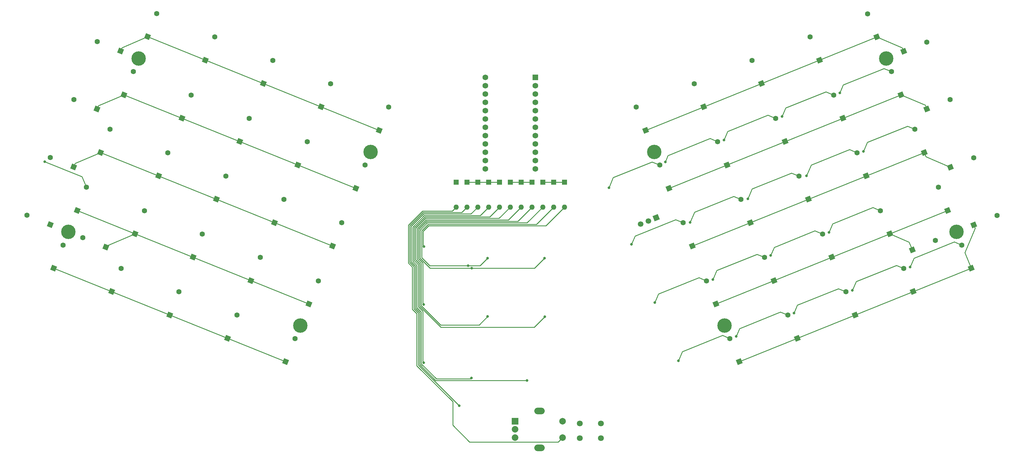
<source format=gtl>
G04 #@! TF.GenerationSoftware,KiCad,Pcbnew,8.0.1*
G04 #@! TF.CreationDate,2024-05-03T20:41:19+02:00*
G04 #@! TF.ProjectId,boomerang,626f6f6d-6572-4616-9e67-2e6b69636164,rev?*
G04 #@! TF.SameCoordinates,Original*
G04 #@! TF.FileFunction,Copper,L1,Top*
G04 #@! TF.FilePolarity,Positive*
%FSLAX46Y46*%
G04 Gerber Fmt 4.6, Leading zero omitted, Abs format (unit mm)*
G04 Created by KiCad (PCBNEW 8.0.1) date 2024-05-03 20:41:19*
%MOMM*%
%LPD*%
G01*
G04 APERTURE LIST*
G04 Aperture macros list*
%AMHorizOval*
0 Thick line with rounded ends*
0 $1 width*
0 $2 $3 position (X,Y) of the first rounded end (center of the circle)*
0 $4 $5 position (X,Y) of the second rounded end (center of the circle)*
0 Add line between two ends*
20,1,$1,$2,$3,$4,$5,0*
0 Add two circle primitives to create the rounded ends*
1,1,$1,$2,$3*
1,1,$1,$4,$5*%
%AMRotRect*
0 Rectangle, with rotation*
0 The origin of the aperture is its center*
0 $1 length*
0 $2 width*
0 $3 Rotation angle, in degrees counterclockwise*
0 Add horizontal line*
21,1,$1,$2,0,0,$3*%
G04 Aperture macros list end*
G04 #@! TA.AperFunction,ComponentPad*
%ADD10RotRect,1.600000X1.600000X68.000000*%
G04 #@! TD*
G04 #@! TA.AperFunction,ComponentPad*
%ADD11HorizOval,1.600000X0.000000X0.000000X0.000000X0.000000X0*%
G04 #@! TD*
G04 #@! TA.AperFunction,ComponentPad*
%ADD12RotRect,1.600000X1.600000X112.000000*%
G04 #@! TD*
G04 #@! TA.AperFunction,ComponentPad*
%ADD13HorizOval,1.600000X0.000000X0.000000X0.000000X0.000000X0*%
G04 #@! TD*
G04 #@! TA.AperFunction,ComponentPad*
%ADD14RotRect,1.700000X1.700000X292.000000*%
G04 #@! TD*
G04 #@! TA.AperFunction,ComponentPad*
%ADD15HorizOval,1.700000X0.000000X0.000000X0.000000X0.000000X0*%
G04 #@! TD*
G04 #@! TA.AperFunction,ComponentPad*
%ADD16R,1.600000X1.600000*%
G04 #@! TD*
G04 #@! TA.AperFunction,ComponentPad*
%ADD17O,1.600000X1.600000*%
G04 #@! TD*
G04 #@! TA.AperFunction,ComponentPad*
%ADD18RotRect,1.600000X1.600000X22.000000*%
G04 #@! TD*
G04 #@! TA.AperFunction,ComponentPad*
%ADD19HorizOval,1.600000X0.000000X0.000000X0.000000X0.000000X0*%
G04 #@! TD*
G04 #@! TA.AperFunction,ComponentPad*
%ADD20RotRect,1.600000X1.600000X158.000000*%
G04 #@! TD*
G04 #@! TA.AperFunction,ComponentPad*
%ADD21HorizOval,1.600000X0.000000X0.000000X0.000000X0.000000X0*%
G04 #@! TD*
G04 #@! TA.AperFunction,ComponentPad*
%ADD22C,4.400000*%
G04 #@! TD*
G04 #@! TA.AperFunction,WasherPad*
%ADD23O,3.200000X2.000000*%
G04 #@! TD*
G04 #@! TA.AperFunction,ComponentPad*
%ADD24R,2.000000X2.000000*%
G04 #@! TD*
G04 #@! TA.AperFunction,ComponentPad*
%ADD25C,2.000000*%
G04 #@! TD*
G04 #@! TA.AperFunction,ComponentPad*
%ADD26C,1.800000*%
G04 #@! TD*
G04 #@! TA.AperFunction,ComponentPad*
%ADD27R,1.752600X1.752600*%
G04 #@! TD*
G04 #@! TA.AperFunction,ComponentPad*
%ADD28C,1.752600*%
G04 #@! TD*
G04 #@! TA.AperFunction,ViaPad*
%ADD29C,0.800000*%
G04 #@! TD*
G04 #@! TA.AperFunction,Conductor*
%ADD30C,0.250000*%
G04 #@! TD*
G04 APERTURE END LIST*
D10*
X90716236Y-70674026D03*
D11*
X93570738Y-63608885D03*
D12*
X313023542Y-70744577D03*
D13*
X310169040Y-63679436D03*
D14*
X245755047Y-125948499D03*
D15*
X243400000Y-126900000D03*
X241044953Y-127851500D03*
D12*
X327472682Y-105998919D03*
D13*
X324618180Y-98933778D03*
D12*
X292146977Y-120271430D03*
D13*
X289292475Y-113206289D03*
D16*
X217823451Y-115061431D03*
D17*
X217823451Y-122681431D03*
D12*
X341745193Y-141324624D03*
D13*
X338890691Y-134259483D03*
D10*
X118883209Y-102665021D03*
D11*
X121737711Y-95599880D03*
D12*
X263976258Y-152253152D03*
D13*
X261121756Y-145188011D03*
D10*
X139940149Y-152253966D03*
D11*
X142794651Y-145188825D03*
D10*
X126041941Y-84946539D03*
D11*
X128896443Y-77881398D03*
D10*
X122277295Y-145117710D03*
D11*
X125131797Y-138052569D03*
D10*
X115159769Y-162734204D03*
D11*
X118014271Y-155669063D03*
D12*
X288756636Y-162733391D03*
D13*
X285902134Y-155668250D03*
D12*
X295537319Y-77809470D03*
D13*
X292682817Y-70744329D03*
D18*
X342578911Y-128132145D03*
D19*
X349644052Y-125277643D03*
D10*
X62171214Y-141325438D03*
D11*
X65025716Y-134260297D03*
D12*
X299301962Y-137980641D03*
D13*
X296447460Y-130915500D03*
D20*
X78055062Y-134887292D03*
D21*
X70989921Y-132032790D03*
D12*
X274484124Y-127407686D03*
D13*
X271629622Y-120342545D03*
D22*
X137287761Y-158818856D03*
D10*
X161367646Y-99219050D03*
D11*
X164222148Y-92153909D03*
D12*
X277874466Y-84945726D03*
D13*
X275019964Y-77880585D03*
D10*
X83557502Y-88392511D03*
D11*
X86412004Y-81327370D03*
D16*
X188123458Y-115061431D03*
D17*
X188123458Y-122681431D03*
D18*
X323797412Y-135720364D03*
D19*
X330862553Y-132865862D03*
D20*
X68201550Y-110424343D03*
D21*
X61136409Y-107569841D03*
D12*
X316964815Y-130844386D03*
D13*
X314110313Y-123779245D03*
D18*
X328273097Y-92724013D03*
D19*
X335338238Y-89869511D03*
D22*
X88045117Y-77285275D03*
D10*
X143704793Y-92082794D03*
D11*
X146559295Y-85017653D03*
D10*
X97496919Y-155597949D03*
D11*
X100351421Y-148532808D03*
D22*
X158696526Y-105830299D03*
D16*
X201323454Y-115061431D03*
D17*
X201323454Y-122681431D03*
D12*
X302696050Y-95527952D03*
D13*
X299841548Y-88462811D03*
D20*
X75356536Y-92715131D03*
D21*
X68291395Y-89860629D03*
D16*
X204623453Y-115061431D03*
D17*
X204623453Y-122681431D03*
D20*
X61087598Y-128031991D03*
D21*
X54022457Y-125177489D03*
D12*
X267370345Y-109800464D03*
D13*
X264515843Y-102735323D03*
D12*
X256821273Y-134543942D03*
D13*
X253966771Y-127478801D03*
D10*
X101220357Y-95528767D03*
D11*
X104074859Y-88463626D03*
D23*
X210252205Y-184951431D03*
X210252205Y-196151431D03*
D24*
X202752205Y-188051431D03*
D25*
X202752205Y-193051431D03*
X202752205Y-190551431D03*
X217252205Y-193051431D03*
X217252205Y-188051431D03*
D10*
X147095135Y-134544755D03*
D11*
X149949637Y-127479614D03*
D10*
X76443724Y-105999731D03*
D11*
X79298226Y-98934590D03*
D10*
X79834064Y-148461692D03*
D11*
X82688566Y-141396551D03*
D12*
X285033197Y-102664208D03*
D13*
X282178695Y-95599067D03*
D16*
X211223451Y-115061431D03*
D17*
X211223451Y-122681431D03*
D10*
X132822623Y-169870460D03*
D11*
X135677125Y-162805319D03*
D10*
X108379089Y-77810284D03*
D11*
X111233591Y-70745143D03*
D10*
X69288737Y-123708944D03*
D11*
X72143239Y-116643803D03*
D12*
X260211613Y-92081982D03*
D13*
X257357111Y-85016841D03*
D16*
X184823459Y-115061431D03*
D17*
X184823459Y-122681431D03*
D22*
X245219878Y-105829486D03*
D16*
X194723456Y-115061431D03*
D17*
X194723456Y-122681431D03*
D26*
X228950000Y-188750000D03*
X222450000Y-193250000D03*
X228950000Y-193250000D03*
X222450000Y-188750000D03*
D16*
X207923452Y-115061431D03*
D17*
X207923452Y-122681431D03*
D22*
X315871289Y-77284464D03*
X266628646Y-158818043D03*
D10*
X129432281Y-127408499D03*
D11*
X132286783Y-120343358D03*
D16*
X191423457Y-115061431D03*
D17*
X191423457Y-122681431D03*
D10*
X136546061Y-109801278D03*
D11*
X139400563Y-102736137D03*
D12*
X249707492Y-116936720D03*
D13*
X246852990Y-109871579D03*
D12*
X324082341Y-148460880D03*
D13*
X321227839Y-141395739D03*
D16*
X214523450Y-115061431D03*
D17*
X214523450Y-122681431D03*
D12*
X309809829Y-113135175D03*
D13*
X306955327Y-106070034D03*
D10*
X104614445Y-137981456D03*
D11*
X107468947Y-130916315D03*
D10*
X94106576Y-113135988D03*
D11*
X96961078Y-106070847D03*
D18*
X335442655Y-110469292D03*
D19*
X342507796Y-107614790D03*
D16*
X198023455Y-115061431D03*
D17*
X198023455Y-122681431D03*
D12*
X242548761Y-99218237D03*
D13*
X239694259Y-92153096D03*
D12*
X271093784Y-169869646D03*
D13*
X268239282Y-162804505D03*
D20*
X82496365Y-75043434D03*
D21*
X75431224Y-72188932D03*
D22*
X66636350Y-130273833D03*
D12*
X306419489Y-155597135D03*
D13*
X303564987Y-148531994D03*
D18*
X321170144Y-75143587D03*
D19*
X328235285Y-72289085D03*
D10*
X111769431Y-120272244D03*
D11*
X114623933Y-113207103D03*
D10*
X86951591Y-130845199D03*
D11*
X89806093Y-123780058D03*
D10*
X154208913Y-116937532D03*
D11*
X157063415Y-109872391D03*
D12*
X320358903Y-88391697D03*
D13*
X317504401Y-81326556D03*
D12*
X281639111Y-145116897D03*
D13*
X278784609Y-138051756D03*
D12*
X334627668Y-123708130D03*
D13*
X331773166Y-116642989D03*
D22*
X337280055Y-130273022D03*
D27*
X208943455Y-83071431D03*
D28*
X208943455Y-85611431D03*
X208943455Y-88151431D03*
X208943455Y-90691431D03*
X208943455Y-93231431D03*
X208943455Y-95771431D03*
X208943455Y-98311431D03*
X208943455Y-100851431D03*
X208943455Y-103391431D03*
X208943455Y-105931431D03*
X208943455Y-108471431D03*
X208943455Y-111011431D03*
X193703455Y-111011431D03*
X193703455Y-108471431D03*
X193703455Y-105931431D03*
X193703455Y-103391431D03*
X193703455Y-100851431D03*
X193703455Y-98311431D03*
X193703455Y-95771431D03*
X193703455Y-93231431D03*
X193703455Y-90691431D03*
X193703455Y-88151431D03*
X193703455Y-85611431D03*
X193703455Y-83071431D03*
D29*
X175000000Y-134700000D03*
X231344601Y-116801173D03*
X248531230Y-108886643D03*
X266427745Y-102195249D03*
X284136957Y-95040263D03*
X301715989Y-87830019D03*
X238219566Y-134084253D03*
X256116080Y-127392859D03*
X273695113Y-120182615D03*
X291571964Y-113175605D03*
X308945897Y-105724667D03*
X188423451Y-140571431D03*
X194423451Y-138271431D03*
X59456700Y-108815820D03*
X245374551Y-151793465D03*
X263028505Y-144768658D03*
X280662796Y-137428235D03*
X298409468Y-130365967D03*
X252566998Y-169595395D03*
X270163828Y-162162253D03*
X287780321Y-155044728D03*
X305564454Y-148075179D03*
X323180947Y-140957654D03*
X211723451Y-138271431D03*
X189523451Y-141296431D03*
X174900000Y-152400000D03*
X194423451Y-156071431D03*
X211823451Y-156171431D03*
X174900000Y-170200000D03*
X189489555Y-174865331D03*
X206397055Y-175590331D03*
X185719705Y-183357973D03*
D30*
X188123458Y-115061431D02*
X198023455Y-115061431D01*
X327472682Y-105998919D02*
X256821273Y-134543942D01*
X76443724Y-105999731D02*
X147095135Y-134544755D01*
X68653131Y-109306642D02*
X76443724Y-105999731D01*
X328002924Y-107311314D02*
X335442655Y-110469292D01*
X327472682Y-105998919D02*
X328002924Y-107311314D01*
X68201550Y-110424343D02*
X68653131Y-109306642D01*
X170225000Y-139752564D02*
X170225000Y-128205922D01*
X171475000Y-153878852D02*
X171475000Y-141002564D01*
X183633459Y-123871431D02*
X184823459Y-122681431D01*
X215927205Y-194376431D02*
X188909705Y-194376431D01*
X172825000Y-171099664D02*
X172825000Y-155228852D01*
X188909705Y-194376431D02*
X183760109Y-189226835D01*
X172825000Y-155228852D02*
X171475000Y-153878852D01*
X183760109Y-182034773D02*
X172825000Y-171099664D01*
X171475000Y-141002564D02*
X170225000Y-139752564D01*
X183760109Y-189226835D02*
X183760109Y-182034773D01*
X217252205Y-193051431D02*
X215927205Y-194376431D01*
X174559491Y-123871431D02*
X183633459Y-123871431D01*
X170225000Y-128205922D02*
X174559491Y-123871431D01*
X313023542Y-70744577D02*
X242548761Y-99218237D01*
X211223451Y-115061431D02*
X217823451Y-115061431D01*
X320711265Y-74007822D02*
X313023542Y-70744577D01*
X82925641Y-73980937D02*
X90716236Y-70674026D01*
X90716236Y-70674026D02*
X161367646Y-99219050D01*
X82496365Y-75043434D02*
X82925641Y-73980937D01*
X321170144Y-75143587D02*
X320711265Y-74007822D01*
X75766910Y-91699422D02*
X83557502Y-88392511D01*
X75356536Y-92715131D02*
X75766910Y-91699422D01*
X201323454Y-115061431D02*
X207923452Y-115061431D01*
X83557502Y-88392511D02*
X154208913Y-116937532D01*
X320358903Y-88391697D02*
X249707492Y-116936720D01*
X328273097Y-92724013D02*
X327798634Y-91549675D01*
X327798634Y-91549675D02*
X320358903Y-88391697D01*
X212133451Y-128371431D02*
X217823451Y-122681431D01*
X175000000Y-134700000D02*
X174725000Y-134425000D01*
X174725000Y-134425000D02*
X174725000Y-130075000D01*
X174725000Y-130075000D02*
X176423451Y-128376549D01*
X176423451Y-128376549D02*
X176423451Y-128371431D01*
X176423451Y-128371431D02*
X212133451Y-128371431D01*
X69288737Y-123708944D02*
X139940149Y-152253966D01*
X78184653Y-134566543D02*
X86951591Y-130845199D01*
X322833938Y-133335680D02*
X316964815Y-130844386D01*
X334627668Y-123708130D02*
X263976258Y-152253152D01*
X77901646Y-135267010D02*
X78184653Y-134566543D01*
X323797412Y-135720364D02*
X322833938Y-133335680D01*
X341745193Y-141324624D02*
X271093784Y-169869646D01*
X342578911Y-128132145D02*
X342972248Y-129105689D01*
X339814270Y-136545420D02*
X341745193Y-141324624D01*
X342972248Y-129105689D02*
X339814270Y-136545420D01*
X62171214Y-141325438D02*
X132822623Y-169870460D01*
X231344601Y-116801173D02*
X232673550Y-113670367D01*
X232673550Y-113670367D02*
X244523388Y-108882721D01*
X244523388Y-108882721D02*
X246852990Y-109871579D01*
X262186241Y-101746465D02*
X249362859Y-106927448D01*
X249362859Y-106927448D02*
X248531230Y-108886643D01*
X264515843Y-102735323D02*
X262186241Y-101746465D01*
X266427745Y-102195249D02*
X267535663Y-99585159D01*
X279849092Y-94610210D02*
X282178695Y-95599067D01*
X267535663Y-99585159D02*
X279849092Y-94610210D01*
X284136957Y-95040263D02*
X285244874Y-92430173D01*
X285244874Y-92430173D02*
X297511946Y-87473954D01*
X297511946Y-87473954D02*
X299841548Y-88462812D01*
X302768649Y-85350108D02*
X315174798Y-80337698D01*
X315174798Y-80337698D02*
X317504400Y-81326556D01*
X301715989Y-87830019D02*
X302768649Y-85350108D01*
X251715274Y-126523097D02*
X253966770Y-127478801D01*
X238219566Y-134084253D02*
X239299854Y-131539253D01*
X239299854Y-131539253D02*
X251715274Y-126523097D01*
X269378126Y-119386842D02*
X271629622Y-120342545D01*
X257472658Y-124196963D02*
X269378126Y-119386842D01*
X256116080Y-127392859D02*
X257472658Y-124196963D01*
X287040980Y-112250587D02*
X289292475Y-113206289D01*
X274996432Y-117116900D02*
X287040980Y-112250587D01*
X273695113Y-120182615D02*
X274996432Y-117116900D01*
X292983799Y-109849531D02*
X304703831Y-105114331D01*
X304703831Y-105114331D02*
X306955327Y-106070034D01*
X291571964Y-113175605D02*
X292983799Y-109849531D01*
X310136701Y-102919309D02*
X322366684Y-97978075D01*
X322366684Y-97978075D02*
X324618180Y-98933778D01*
X308945897Y-105724667D02*
X310136701Y-102919309D01*
X192123451Y-140571431D02*
X188423451Y-140571431D01*
X188423451Y-140571431D02*
X176771431Y-140571431D01*
X194423451Y-138271431D02*
X192123451Y-140571431D01*
X174275000Y-129883486D02*
X176237055Y-127921431D01*
X176771431Y-140571431D02*
X174275000Y-138075000D01*
X209283450Y-127921431D02*
X214523450Y-122681431D01*
X174275000Y-138075000D02*
X174275000Y-129883486D01*
X176237055Y-127921431D02*
X209283450Y-127921431D01*
X70758747Y-113382143D02*
X72143240Y-116643803D01*
X59456700Y-108815820D02*
X70758747Y-113382143D01*
X246482469Y-149183375D02*
X258805172Y-144204680D01*
X245374551Y-151793465D02*
X246482469Y-149183375D01*
X258805172Y-144204680D02*
X261121756Y-145188011D01*
X264191680Y-142028390D02*
X276468025Y-137068425D01*
X276468025Y-137068425D02*
X278784608Y-138051756D01*
X263028505Y-144768658D02*
X264191680Y-142028390D01*
X281715455Y-134948324D02*
X294130876Y-129932169D01*
X294130876Y-129932169D02*
X296447460Y-130915501D01*
X280662796Y-137428235D02*
X281715455Y-134948324D01*
X298409468Y-130365967D02*
X299517385Y-127755878D01*
X311793729Y-122795913D02*
X314110313Y-123779245D01*
X299517385Y-127755878D02*
X311793729Y-122795913D01*
X253757802Y-166790036D02*
X265987785Y-161848802D01*
X252566998Y-169595395D02*
X253757802Y-166790036D01*
X265987785Y-161848802D02*
X268239282Y-162804506D01*
X283650638Y-154712547D02*
X285902134Y-155668250D01*
X271188859Y-159747432D02*
X283650638Y-154712547D01*
X270163828Y-162162253D02*
X271188859Y-159747432D01*
X288805352Y-152629907D02*
X301313490Y-147576291D01*
X287780321Y-155044728D02*
X288805352Y-152629907D01*
X301313490Y-147576291D02*
X303564986Y-148531994D01*
X318976343Y-140440035D02*
X321227839Y-141395739D01*
X306700000Y-145400000D02*
X318976343Y-140440035D01*
X305564454Y-148075179D02*
X306700000Y-145400000D01*
X324316493Y-138282474D02*
X336639195Y-133303780D01*
X323180947Y-140957654D02*
X324316493Y-138282474D01*
X336639195Y-133303780D02*
X338890691Y-134259483D01*
X176860035Y-141296431D02*
X173825000Y-138261396D01*
X173825000Y-138261396D02*
X173825000Y-129697090D01*
X211723451Y-138271431D02*
X208698451Y-141296431D01*
X189523451Y-141296431D02*
X176860035Y-141296431D01*
X206433451Y-127471431D02*
X211223451Y-122681431D01*
X208698451Y-141296431D02*
X189523451Y-141296431D01*
X173825000Y-129697090D02*
X176050659Y-127471431D01*
X176050659Y-127471431D02*
X206433451Y-127471431D01*
X175864263Y-127021431D02*
X203583452Y-127021431D01*
X174625000Y-152125000D02*
X174625000Y-139697792D01*
X174625000Y-139697792D02*
X173375000Y-138447792D01*
X174900000Y-152400000D02*
X174625000Y-152125000D01*
X173375000Y-138447792D02*
X173375000Y-129510694D01*
X203583452Y-127021431D02*
X207923452Y-122681431D01*
X173375000Y-129510694D02*
X175864263Y-127021431D01*
X191823451Y-158671431D02*
X194423451Y-156071431D01*
X180085955Y-158671431D02*
X191823451Y-158671431D01*
X174175000Y-152760476D02*
X180085955Y-158671431D01*
X172925000Y-129324298D02*
X172925000Y-138634188D01*
X174175000Y-139884188D02*
X174175000Y-152760476D01*
X200733453Y-126571431D02*
X175677867Y-126571431D01*
X172925000Y-138634188D02*
X174175000Y-139884188D01*
X175677867Y-126571431D02*
X172925000Y-129324298D01*
X204623453Y-122681431D02*
X200733453Y-126571431D01*
X173725000Y-140070584D02*
X172475000Y-138820584D01*
X172475000Y-138820584D02*
X172475000Y-129137902D01*
X173725000Y-152946872D02*
X173725000Y-140070584D01*
X197883454Y-126121431D02*
X201323454Y-122681431D01*
X175491471Y-126121431D02*
X197883454Y-126121431D01*
X180174559Y-159396431D02*
X173725000Y-152946872D01*
X211823451Y-156171431D02*
X208598451Y-159396431D01*
X172475000Y-129137902D02*
X175491471Y-126121431D01*
X208598451Y-159396431D02*
X180174559Y-159396431D01*
X174900000Y-170200000D02*
X174625000Y-169925000D01*
X174625000Y-169925000D02*
X174625000Y-154483268D01*
X175305075Y-125671431D02*
X195033455Y-125671431D01*
X173275000Y-153133268D02*
X173275000Y-140256980D01*
X195033455Y-125671431D02*
X198023455Y-122681431D01*
X172025000Y-139006980D02*
X172025000Y-128951506D01*
X172025000Y-128951506D02*
X175305075Y-125671431D01*
X173275000Y-140256980D02*
X172025000Y-139006980D01*
X174625000Y-154483268D02*
X173275000Y-153133268D01*
X171575000Y-139193376D02*
X171575000Y-128765110D01*
X174175000Y-154669664D02*
X172825000Y-153319664D01*
X189259669Y-175140331D02*
X178774855Y-175140331D01*
X189489555Y-174865331D02*
X189489555Y-174910445D01*
X189489555Y-174910445D02*
X189259669Y-175140331D01*
X171575000Y-128765110D02*
X175118679Y-125221431D01*
X178774855Y-175140331D02*
X174175000Y-170540476D01*
X175118679Y-125221431D02*
X192183456Y-125221431D01*
X172825000Y-140443376D02*
X171575000Y-139193376D01*
X172825000Y-153319664D02*
X172825000Y-140443376D01*
X174175000Y-170540476D02*
X174175000Y-154669664D01*
X192183456Y-125221431D02*
X194723456Y-122681431D01*
X171125000Y-139379772D02*
X171125000Y-128578714D01*
X189333457Y-124771431D02*
X191423457Y-122681431D01*
X173725000Y-154856060D02*
X172375000Y-153506060D01*
X174932283Y-124771431D02*
X189333457Y-124771431D01*
X178588459Y-175590331D02*
X173725000Y-170726872D01*
X206397055Y-175590331D02*
X178588459Y-175590331D01*
X172375000Y-153506060D02*
X172375000Y-140629772D01*
X172375000Y-140629772D02*
X171125000Y-139379772D01*
X171125000Y-128578714D02*
X174932283Y-124771431D01*
X173725000Y-170726872D02*
X173725000Y-154856060D01*
X174745887Y-124321431D02*
X170675000Y-128392318D01*
X186483458Y-124321431D02*
X174745887Y-124321431D01*
X173275000Y-170913268D02*
X185719705Y-183357973D01*
X173275000Y-155042456D02*
X173275000Y-170913268D01*
X171925000Y-153692456D02*
X173275000Y-155042456D01*
X188123458Y-122681431D02*
X186483458Y-124321431D01*
X170675000Y-128392318D02*
X170675000Y-139566168D01*
X170675000Y-139566168D02*
X171925000Y-140816168D01*
X171925000Y-140816168D02*
X171925000Y-153692456D01*
M02*

</source>
